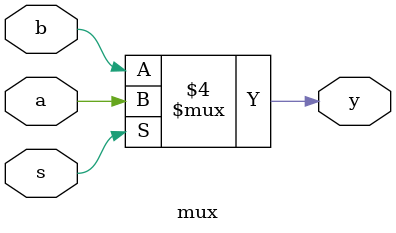
<source format=v>
module mux(a,b,s,y);
    input a,b,s;
    output reg y;

    always @(s)
        begin
            if(s==1)
                y=a;
            else
                y=b;
        end
endmodule
</source>
